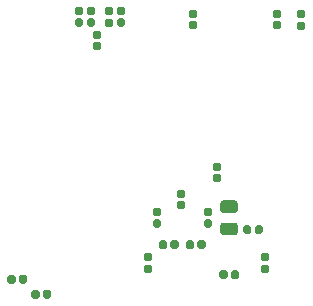
<source format=gbr>
%TF.GenerationSoftware,KiCad,Pcbnew,5.1.6*%
%TF.CreationDate,2021-04-23T20:35:47+02:00*%
%TF.ProjectId,nhci,6e686369-2e6b-4696-9361-645f70636258,rev?*%
%TF.SameCoordinates,Original*%
%TF.FileFunction,Soldermask,Bot*%
%TF.FilePolarity,Negative*%
%FSLAX46Y46*%
G04 Gerber Fmt 4.6, Leading zero omitted, Abs format (unit mm)*
G04 Created by KiCad (PCBNEW 5.1.6) date 2021-04-23 20:35:47*
%MOMM*%
%LPD*%
G01*
G04 APERTURE LIST*
G04 APERTURE END LIST*
%TO.C,R26*%
G36*
G01*
X53584000Y-130372500D02*
X53584000Y-129977500D01*
G75*
G02*
X53756500Y-129805000I172500J0D01*
G01*
X54101500Y-129805000D01*
G75*
G02*
X54274000Y-129977500I0J-172500D01*
G01*
X54274000Y-130372500D01*
G75*
G02*
X54101500Y-130545000I-172500J0D01*
G01*
X53756500Y-130545000D01*
G75*
G02*
X53584000Y-130372500I0J172500D01*
G01*
G37*
G36*
G01*
X52614000Y-130372500D02*
X52614000Y-129977500D01*
G75*
G02*
X52786500Y-129805000I172500J0D01*
G01*
X53131500Y-129805000D01*
G75*
G02*
X53304000Y-129977500I0J-172500D01*
G01*
X53304000Y-130372500D01*
G75*
G02*
X53131500Y-130545000I-172500J0D01*
G01*
X52786500Y-130545000D01*
G75*
G02*
X52614000Y-130372500I0J172500D01*
G01*
G37*
%TD*%
%TO.C,R25*%
G36*
G01*
X51552000Y-129102500D02*
X51552000Y-128707500D01*
G75*
G02*
X51724500Y-128535000I172500J0D01*
G01*
X52069500Y-128535000D01*
G75*
G02*
X52242000Y-128707500I0J-172500D01*
G01*
X52242000Y-129102500D01*
G75*
G02*
X52069500Y-129275000I-172500J0D01*
G01*
X51724500Y-129275000D01*
G75*
G02*
X51552000Y-129102500I0J172500D01*
G01*
G37*
G36*
G01*
X50582000Y-129102500D02*
X50582000Y-128707500D01*
G75*
G02*
X50754500Y-128535000I172500J0D01*
G01*
X51099500Y-128535000D01*
G75*
G02*
X51272000Y-128707500I0J-172500D01*
G01*
X51272000Y-129102500D01*
G75*
G02*
X51099500Y-129275000I-172500J0D01*
G01*
X50754500Y-129275000D01*
G75*
G02*
X50582000Y-129102500I0J172500D01*
G01*
G37*
%TD*%
%TO.C,R9*%
G36*
G01*
X73208500Y-107051000D02*
X73603500Y-107051000D01*
G75*
G02*
X73776000Y-107223500I0J-172500D01*
G01*
X73776000Y-107568500D01*
G75*
G02*
X73603500Y-107741000I-172500J0D01*
G01*
X73208500Y-107741000D01*
G75*
G02*
X73036000Y-107568500I0J172500D01*
G01*
X73036000Y-107223500D01*
G75*
G02*
X73208500Y-107051000I172500J0D01*
G01*
G37*
G36*
G01*
X73208500Y-106081000D02*
X73603500Y-106081000D01*
G75*
G02*
X73776000Y-106253500I0J-172500D01*
G01*
X73776000Y-106598500D01*
G75*
G02*
X73603500Y-106771000I-172500J0D01*
G01*
X73208500Y-106771000D01*
G75*
G02*
X73036000Y-106598500I0J172500D01*
G01*
X73036000Y-106253500D01*
G75*
G02*
X73208500Y-106081000I172500J0D01*
G01*
G37*
%TD*%
%TO.C,R8*%
G36*
G01*
X66096500Y-107051000D02*
X66491500Y-107051000D01*
G75*
G02*
X66664000Y-107223500I0J-172500D01*
G01*
X66664000Y-107568500D01*
G75*
G02*
X66491500Y-107741000I-172500J0D01*
G01*
X66096500Y-107741000D01*
G75*
G02*
X65924000Y-107568500I0J172500D01*
G01*
X65924000Y-107223500D01*
G75*
G02*
X66096500Y-107051000I172500J0D01*
G01*
G37*
G36*
G01*
X66096500Y-106081000D02*
X66491500Y-106081000D01*
G75*
G02*
X66664000Y-106253500I0J-172500D01*
G01*
X66664000Y-106598500D01*
G75*
G02*
X66491500Y-106771000I-172500J0D01*
G01*
X66096500Y-106771000D01*
G75*
G02*
X65924000Y-106598500I0J172500D01*
G01*
X65924000Y-106253500D01*
G75*
G02*
X66096500Y-106081000I172500J0D01*
G01*
G37*
%TD*%
%TO.C,R7*%
G36*
G01*
X57968500Y-108829000D02*
X58363500Y-108829000D01*
G75*
G02*
X58536000Y-109001500I0J-172500D01*
G01*
X58536000Y-109346500D01*
G75*
G02*
X58363500Y-109519000I-172500J0D01*
G01*
X57968500Y-109519000D01*
G75*
G02*
X57796000Y-109346500I0J172500D01*
G01*
X57796000Y-109001500D01*
G75*
G02*
X57968500Y-108829000I172500J0D01*
G01*
G37*
G36*
G01*
X57968500Y-107859000D02*
X58363500Y-107859000D01*
G75*
G02*
X58536000Y-108031500I0J-172500D01*
G01*
X58536000Y-108376500D01*
G75*
G02*
X58363500Y-108549000I-172500J0D01*
G01*
X57968500Y-108549000D01*
G75*
G02*
X57796000Y-108376500I0J172500D01*
G01*
X57796000Y-108031500D01*
G75*
G02*
X57968500Y-107859000I172500J0D01*
G01*
G37*
%TD*%
%TO.C,R6*%
G36*
G01*
X60000500Y-106820000D02*
X60395500Y-106820000D01*
G75*
G02*
X60568000Y-106992500I0J-172500D01*
G01*
X60568000Y-107337500D01*
G75*
G02*
X60395500Y-107510000I-172500J0D01*
G01*
X60000500Y-107510000D01*
G75*
G02*
X59828000Y-107337500I0J172500D01*
G01*
X59828000Y-106992500D01*
G75*
G02*
X60000500Y-106820000I172500J0D01*
G01*
G37*
G36*
G01*
X60000500Y-105850000D02*
X60395500Y-105850000D01*
G75*
G02*
X60568000Y-106022500I0J-172500D01*
G01*
X60568000Y-106367500D01*
G75*
G02*
X60395500Y-106540000I-172500J0D01*
G01*
X60000500Y-106540000D01*
G75*
G02*
X59828000Y-106367500I0J172500D01*
G01*
X59828000Y-106022500D01*
G75*
G02*
X60000500Y-105850000I172500J0D01*
G01*
G37*
%TD*%
%TO.C,R5*%
G36*
G01*
X58984500Y-106843000D02*
X59379500Y-106843000D01*
G75*
G02*
X59552000Y-107015500I0J-172500D01*
G01*
X59552000Y-107360500D01*
G75*
G02*
X59379500Y-107533000I-172500J0D01*
G01*
X58984500Y-107533000D01*
G75*
G02*
X58812000Y-107360500I0J172500D01*
G01*
X58812000Y-107015500D01*
G75*
G02*
X58984500Y-106843000I172500J0D01*
G01*
G37*
G36*
G01*
X58984500Y-105873000D02*
X59379500Y-105873000D01*
G75*
G02*
X59552000Y-106045500I0J-172500D01*
G01*
X59552000Y-106390500D01*
G75*
G02*
X59379500Y-106563000I-172500J0D01*
G01*
X58984500Y-106563000D01*
G75*
G02*
X58812000Y-106390500I0J172500D01*
G01*
X58812000Y-106045500D01*
G75*
G02*
X58984500Y-105873000I172500J0D01*
G01*
G37*
%TD*%
%TO.C,R4*%
G36*
G01*
X75240500Y-107097000D02*
X75635500Y-107097000D01*
G75*
G02*
X75808000Y-107269500I0J-172500D01*
G01*
X75808000Y-107614500D01*
G75*
G02*
X75635500Y-107787000I-172500J0D01*
G01*
X75240500Y-107787000D01*
G75*
G02*
X75068000Y-107614500I0J172500D01*
G01*
X75068000Y-107269500D01*
G75*
G02*
X75240500Y-107097000I172500J0D01*
G01*
G37*
G36*
G01*
X75240500Y-106127000D02*
X75635500Y-106127000D01*
G75*
G02*
X75808000Y-106299500I0J-172500D01*
G01*
X75808000Y-106644500D01*
G75*
G02*
X75635500Y-106817000I-172500J0D01*
G01*
X75240500Y-106817000D01*
G75*
G02*
X75068000Y-106644500I0J172500D01*
G01*
X75068000Y-106299500D01*
G75*
G02*
X75240500Y-106127000I172500J0D01*
G01*
G37*
%TD*%
%TO.C,R3*%
G36*
G01*
X57460500Y-106820000D02*
X57855500Y-106820000D01*
G75*
G02*
X58028000Y-106992500I0J-172500D01*
G01*
X58028000Y-107337500D01*
G75*
G02*
X57855500Y-107510000I-172500J0D01*
G01*
X57460500Y-107510000D01*
G75*
G02*
X57288000Y-107337500I0J172500D01*
G01*
X57288000Y-106992500D01*
G75*
G02*
X57460500Y-106820000I172500J0D01*
G01*
G37*
G36*
G01*
X57460500Y-105850000D02*
X57855500Y-105850000D01*
G75*
G02*
X58028000Y-106022500I0J-172500D01*
G01*
X58028000Y-106367500D01*
G75*
G02*
X57855500Y-106540000I-172500J0D01*
G01*
X57460500Y-106540000D01*
G75*
G02*
X57288000Y-106367500I0J172500D01*
G01*
X57288000Y-106022500D01*
G75*
G02*
X57460500Y-105850000I172500J0D01*
G01*
G37*
%TD*%
%TO.C,R2*%
G36*
G01*
X56444500Y-106820000D02*
X56839500Y-106820000D01*
G75*
G02*
X57012000Y-106992500I0J-172500D01*
G01*
X57012000Y-107337500D01*
G75*
G02*
X56839500Y-107510000I-172500J0D01*
G01*
X56444500Y-107510000D01*
G75*
G02*
X56272000Y-107337500I0J172500D01*
G01*
X56272000Y-106992500D01*
G75*
G02*
X56444500Y-106820000I172500J0D01*
G01*
G37*
G36*
G01*
X56444500Y-105850000D02*
X56839500Y-105850000D01*
G75*
G02*
X57012000Y-106022500I0J-172500D01*
G01*
X57012000Y-106367500D01*
G75*
G02*
X56839500Y-106540000I-172500J0D01*
G01*
X56444500Y-106540000D01*
G75*
G02*
X56272000Y-106367500I0J172500D01*
G01*
X56272000Y-106022500D01*
G75*
G02*
X56444500Y-105850000I172500J0D01*
G01*
G37*
%TD*%
%TO.C,C20*%
G36*
G01*
X66665000Y-126181500D02*
X66665000Y-125786500D01*
G75*
G02*
X66837500Y-125614000I172500J0D01*
G01*
X67182500Y-125614000D01*
G75*
G02*
X67355000Y-125786500I0J-172500D01*
G01*
X67355000Y-126181500D01*
G75*
G02*
X67182500Y-126354000I-172500J0D01*
G01*
X66837500Y-126354000D01*
G75*
G02*
X66665000Y-126181500I0J172500D01*
G01*
G37*
G36*
G01*
X65695000Y-126181500D02*
X65695000Y-125786500D01*
G75*
G02*
X65867500Y-125614000I172500J0D01*
G01*
X66212500Y-125614000D01*
G75*
G02*
X66385000Y-125786500I0J-172500D01*
G01*
X66385000Y-126181500D01*
G75*
G02*
X66212500Y-126354000I-172500J0D01*
G01*
X65867500Y-126354000D01*
G75*
G02*
X65695000Y-126181500I0J172500D01*
G01*
G37*
%TD*%
%TO.C,C19*%
G36*
G01*
X65080500Y-122291000D02*
X65475500Y-122291000D01*
G75*
G02*
X65648000Y-122463500I0J-172500D01*
G01*
X65648000Y-122808500D01*
G75*
G02*
X65475500Y-122981000I-172500J0D01*
G01*
X65080500Y-122981000D01*
G75*
G02*
X64908000Y-122808500I0J172500D01*
G01*
X64908000Y-122463500D01*
G75*
G02*
X65080500Y-122291000I172500J0D01*
G01*
G37*
G36*
G01*
X65080500Y-121321000D02*
X65475500Y-121321000D01*
G75*
G02*
X65648000Y-121493500I0J-172500D01*
G01*
X65648000Y-121838500D01*
G75*
G02*
X65475500Y-122011000I-172500J0D01*
G01*
X65080500Y-122011000D01*
G75*
G02*
X64908000Y-121838500I0J172500D01*
G01*
X64908000Y-121493500D01*
G75*
G02*
X65080500Y-121321000I172500J0D01*
G01*
G37*
%TD*%
%TO.C,C18*%
G36*
G01*
X64379000Y-126181500D02*
X64379000Y-125786500D01*
G75*
G02*
X64551500Y-125614000I172500J0D01*
G01*
X64896500Y-125614000D01*
G75*
G02*
X65069000Y-125786500I0J-172500D01*
G01*
X65069000Y-126181500D01*
G75*
G02*
X64896500Y-126354000I-172500J0D01*
G01*
X64551500Y-126354000D01*
G75*
G02*
X64379000Y-126181500I0J172500D01*
G01*
G37*
G36*
G01*
X63409000Y-126181500D02*
X63409000Y-125786500D01*
G75*
G02*
X63581500Y-125614000I172500J0D01*
G01*
X63926500Y-125614000D01*
G75*
G02*
X64099000Y-125786500I0J-172500D01*
G01*
X64099000Y-126181500D01*
G75*
G02*
X63926500Y-126354000I-172500J0D01*
G01*
X63581500Y-126354000D01*
G75*
G02*
X63409000Y-126181500I0J172500D01*
G01*
G37*
%TD*%
%TO.C,R1*%
G36*
G01*
X71514000Y-124911500D02*
X71514000Y-124516500D01*
G75*
G02*
X71686500Y-124344000I172500J0D01*
G01*
X72031500Y-124344000D01*
G75*
G02*
X72204000Y-124516500I0J-172500D01*
G01*
X72204000Y-124911500D01*
G75*
G02*
X72031500Y-125084000I-172500J0D01*
G01*
X71686500Y-125084000D01*
G75*
G02*
X71514000Y-124911500I0J172500D01*
G01*
G37*
G36*
G01*
X70544000Y-124911500D02*
X70544000Y-124516500D01*
G75*
G02*
X70716500Y-124344000I172500J0D01*
G01*
X71061500Y-124344000D01*
G75*
G02*
X71234000Y-124516500I0J-172500D01*
G01*
X71234000Y-124911500D01*
G75*
G02*
X71061500Y-125084000I-172500J0D01*
G01*
X70716500Y-125084000D01*
G75*
G02*
X70544000Y-124911500I0J172500D01*
G01*
G37*
%TD*%
%TO.C,C17*%
G36*
G01*
X62681500Y-127391000D02*
X62286500Y-127391000D01*
G75*
G02*
X62114000Y-127218500I0J172500D01*
G01*
X62114000Y-126873500D01*
G75*
G02*
X62286500Y-126701000I172500J0D01*
G01*
X62681500Y-126701000D01*
G75*
G02*
X62854000Y-126873500I0J-172500D01*
G01*
X62854000Y-127218500D01*
G75*
G02*
X62681500Y-127391000I-172500J0D01*
G01*
G37*
G36*
G01*
X62681500Y-128361000D02*
X62286500Y-128361000D01*
G75*
G02*
X62114000Y-128188500I0J172500D01*
G01*
X62114000Y-127843500D01*
G75*
G02*
X62286500Y-127671000I172500J0D01*
G01*
X62681500Y-127671000D01*
G75*
G02*
X62854000Y-127843500I0J-172500D01*
G01*
X62854000Y-128188500D01*
G75*
G02*
X62681500Y-128361000I-172500J0D01*
G01*
G37*
%TD*%
%TO.C,C16*%
G36*
G01*
X68860750Y-124098000D02*
X69823250Y-124098000D01*
G75*
G02*
X70092000Y-124366750I0J-268750D01*
G01*
X70092000Y-124904250D01*
G75*
G02*
X69823250Y-125173000I-268750J0D01*
G01*
X68860750Y-125173000D01*
G75*
G02*
X68592000Y-124904250I0J268750D01*
G01*
X68592000Y-124366750D01*
G75*
G02*
X68860750Y-124098000I268750J0D01*
G01*
G37*
G36*
G01*
X68860750Y-122223000D02*
X69823250Y-122223000D01*
G75*
G02*
X70092000Y-122491750I0J-268750D01*
G01*
X70092000Y-123029250D01*
G75*
G02*
X69823250Y-123298000I-268750J0D01*
G01*
X68860750Y-123298000D01*
G75*
G02*
X68592000Y-123029250I0J268750D01*
G01*
X68592000Y-122491750D01*
G75*
G02*
X68860750Y-122223000I268750J0D01*
G01*
G37*
%TD*%
%TO.C,C15*%
G36*
G01*
X67366500Y-123838000D02*
X67761500Y-123838000D01*
G75*
G02*
X67934000Y-124010500I0J-172500D01*
G01*
X67934000Y-124355500D01*
G75*
G02*
X67761500Y-124528000I-172500J0D01*
G01*
X67366500Y-124528000D01*
G75*
G02*
X67194000Y-124355500I0J172500D01*
G01*
X67194000Y-124010500D01*
G75*
G02*
X67366500Y-123838000I172500J0D01*
G01*
G37*
G36*
G01*
X67366500Y-122868000D02*
X67761500Y-122868000D01*
G75*
G02*
X67934000Y-123040500I0J-172500D01*
G01*
X67934000Y-123385500D01*
G75*
G02*
X67761500Y-123558000I-172500J0D01*
G01*
X67366500Y-123558000D01*
G75*
G02*
X67194000Y-123385500I0J172500D01*
G01*
X67194000Y-123040500D01*
G75*
G02*
X67366500Y-122868000I172500J0D01*
G01*
G37*
%TD*%
%TO.C,C14*%
G36*
G01*
X72587500Y-127391000D02*
X72192500Y-127391000D01*
G75*
G02*
X72020000Y-127218500I0J172500D01*
G01*
X72020000Y-126873500D01*
G75*
G02*
X72192500Y-126701000I172500J0D01*
G01*
X72587500Y-126701000D01*
G75*
G02*
X72760000Y-126873500I0J-172500D01*
G01*
X72760000Y-127218500D01*
G75*
G02*
X72587500Y-127391000I-172500J0D01*
G01*
G37*
G36*
G01*
X72587500Y-128361000D02*
X72192500Y-128361000D01*
G75*
G02*
X72020000Y-128188500I0J172500D01*
G01*
X72020000Y-127843500D01*
G75*
G02*
X72192500Y-127671000I172500J0D01*
G01*
X72587500Y-127671000D01*
G75*
G02*
X72760000Y-127843500I0J-172500D01*
G01*
X72760000Y-128188500D01*
G75*
G02*
X72587500Y-128361000I-172500J0D01*
G01*
G37*
%TD*%
%TO.C,C13*%
G36*
G01*
X69225000Y-128326500D02*
X69225000Y-128721500D01*
G75*
G02*
X69052500Y-128894000I-172500J0D01*
G01*
X68707500Y-128894000D01*
G75*
G02*
X68535000Y-128721500I0J172500D01*
G01*
X68535000Y-128326500D01*
G75*
G02*
X68707500Y-128154000I172500J0D01*
G01*
X69052500Y-128154000D01*
G75*
G02*
X69225000Y-128326500I0J-172500D01*
G01*
G37*
G36*
G01*
X70195000Y-128326500D02*
X70195000Y-128721500D01*
G75*
G02*
X70022500Y-128894000I-172500J0D01*
G01*
X69677500Y-128894000D01*
G75*
G02*
X69505000Y-128721500I0J172500D01*
G01*
X69505000Y-128326500D01*
G75*
G02*
X69677500Y-128154000I172500J0D01*
G01*
X70022500Y-128154000D01*
G75*
G02*
X70195000Y-128326500I0J-172500D01*
G01*
G37*
%TD*%
%TO.C,C12*%
G36*
G01*
X63048500Y-123838000D02*
X63443500Y-123838000D01*
G75*
G02*
X63616000Y-124010500I0J-172500D01*
G01*
X63616000Y-124355500D01*
G75*
G02*
X63443500Y-124528000I-172500J0D01*
G01*
X63048500Y-124528000D01*
G75*
G02*
X62876000Y-124355500I0J172500D01*
G01*
X62876000Y-124010500D01*
G75*
G02*
X63048500Y-123838000I172500J0D01*
G01*
G37*
G36*
G01*
X63048500Y-122868000D02*
X63443500Y-122868000D01*
G75*
G02*
X63616000Y-123040500I0J-172500D01*
G01*
X63616000Y-123385500D01*
G75*
G02*
X63443500Y-123558000I-172500J0D01*
G01*
X63048500Y-123558000D01*
G75*
G02*
X62876000Y-123385500I0J172500D01*
G01*
X62876000Y-123040500D01*
G75*
G02*
X63048500Y-122868000I172500J0D01*
G01*
G37*
%TD*%
%TO.C,C11*%
G36*
G01*
X68128500Y-120005000D02*
X68523500Y-120005000D01*
G75*
G02*
X68696000Y-120177500I0J-172500D01*
G01*
X68696000Y-120522500D01*
G75*
G02*
X68523500Y-120695000I-172500J0D01*
G01*
X68128500Y-120695000D01*
G75*
G02*
X67956000Y-120522500I0J172500D01*
G01*
X67956000Y-120177500D01*
G75*
G02*
X68128500Y-120005000I172500J0D01*
G01*
G37*
G36*
G01*
X68128500Y-119035000D02*
X68523500Y-119035000D01*
G75*
G02*
X68696000Y-119207500I0J-172500D01*
G01*
X68696000Y-119552500D01*
G75*
G02*
X68523500Y-119725000I-172500J0D01*
G01*
X68128500Y-119725000D01*
G75*
G02*
X67956000Y-119552500I0J172500D01*
G01*
X67956000Y-119207500D01*
G75*
G02*
X68128500Y-119035000I172500J0D01*
G01*
G37*
%TD*%
M02*

</source>
